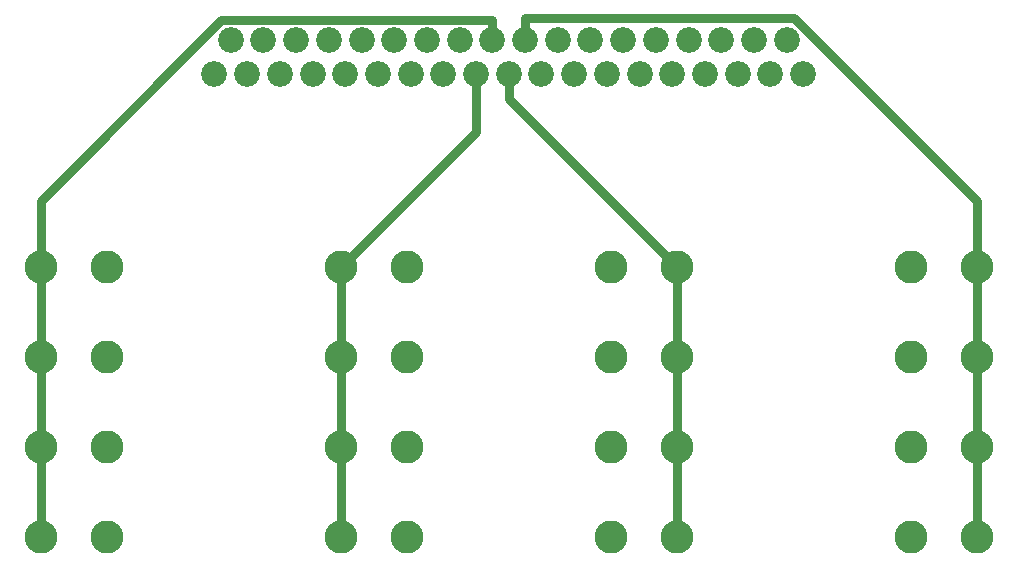
<source format=gbr>
%TF.GenerationSoftware,KiCad,Pcbnew,(5.1.10)-1*%
%TF.CreationDate,2022-01-22T17:54:24-06:00*%
%TF.ProjectId,Digital-Output-Module,44696769-7461-46c2-9d4f-75747075742d,Rev. A*%
%TF.SameCoordinates,Original*%
%TF.FileFunction,Copper,L2,Bot*%
%TF.FilePolarity,Positive*%
%FSLAX46Y46*%
G04 Gerber Fmt 4.6, Leading zero omitted, Abs format (unit mm)*
G04 Created by KiCad (PCBNEW (5.1.10)-1) date 2022-01-22 17:54:24*
%MOMM*%
%LPD*%
G01*
G04 APERTURE LIST*
%TA.AperFunction,ComponentPad*%
%ADD10C,2.794000*%
%TD*%
%TA.AperFunction,ComponentPad*%
%ADD11C,2.184400*%
%TD*%
%TA.AperFunction,Conductor*%
%ADD12C,0.762000*%
%TD*%
G04 APERTURE END LIST*
D10*
%TO.P,J1,1*%
%TO.N,Net-(J1-Pad1)*%
X54864000Y-60960000D03*
%TO.P,J1,2*%
%TO.N,Net-(J1-Pad2)*%
X49276000Y-60960000D03*
%TD*%
%TO.P,J2,2*%
%TO.N,Net-(J1-Pad2)*%
X49276000Y-68580000D03*
%TO.P,J2,1*%
%TO.N,Net-(J2-Pad1)*%
X54864000Y-68580000D03*
%TD*%
%TO.P,J3,1*%
%TO.N,Net-(J3-Pad1)*%
X54864000Y-76200000D03*
%TO.P,J3,2*%
%TO.N,Net-(J1-Pad2)*%
X49276000Y-76200000D03*
%TD*%
%TO.P,J4,2*%
%TO.N,Net-(J1-Pad2)*%
X49276000Y-83820000D03*
%TO.P,J4,1*%
%TO.N,Net-(J4-Pad1)*%
X54864000Y-83820000D03*
%TD*%
%TO.P,J5,2*%
%TO.N,Net-(J5-Pad2)*%
X74676000Y-60960000D03*
%TO.P,J5,1*%
%TO.N,Net-(J5-Pad1)*%
X80264000Y-60960000D03*
%TD*%
%TO.P,J6,1*%
%TO.N,Net-(J6-Pad1)*%
X80264000Y-68580000D03*
%TO.P,J6,2*%
%TO.N,Net-(J5-Pad2)*%
X74676000Y-68580000D03*
%TD*%
%TO.P,J7,2*%
%TO.N,Net-(J5-Pad2)*%
X74676000Y-76200000D03*
%TO.P,J7,1*%
%TO.N,Net-(J7-Pad1)*%
X80264000Y-76200000D03*
%TD*%
%TO.P,J8,1*%
%TO.N,Net-(J8-Pad1)*%
X80264000Y-83820000D03*
%TO.P,J8,2*%
%TO.N,Net-(J5-Pad2)*%
X74676000Y-83820000D03*
%TD*%
D11*
%TO.P,J9,10*%
%TO.N,Net-(J10-Pad2)*%
X88900000Y-44602400D03*
%TO.P,J9,11*%
%TO.N,Net-(J10-Pad1)*%
X91668600Y-44602400D03*
%TO.P,J9,12*%
%TO.N,Net-(J11-Pad1)*%
X94437200Y-44602400D03*
%TO.P,J9,13*%
%TO.N,Net-(J12-Pad1)*%
X97205800Y-44602400D03*
%TO.P,J9,14*%
%TO.N,Net-(J13-Pad1)*%
X99974400Y-44602400D03*
%TO.P,J9,15*%
%TO.N,Net-(J14-Pad1)*%
X102743000Y-44602400D03*
%TO.P,J9,16*%
%TO.N,Net-(J15-Pad1)*%
X105511600Y-44602400D03*
%TO.P,J9,17*%
%TO.N,Net-(J16-Pad1)*%
X108280200Y-44602400D03*
%TO.P,J9,18*%
%TO.N,Net-(J17-Pad1)*%
X111048800Y-44602400D03*
%TO.P,J9,19*%
%TO.N,Net-(J9-Pad19)*%
X113817400Y-44602400D03*
%TO.P,J9,7*%
%TO.N,Net-(J7-Pad1)*%
X80594200Y-44602400D03*
%TO.P,J9,6*%
%TO.N,Net-(J6-Pad1)*%
X77825600Y-44602400D03*
%TO.P,J9,9*%
%TO.N,Net-(J5-Pad2)*%
X86131400Y-44602400D03*
%TO.P,J9,8*%
%TO.N,Net-(J8-Pad1)*%
X83362800Y-44602400D03*
%TO.P,J9,4*%
%TO.N,Net-(J4-Pad1)*%
X72288400Y-44602400D03*
%TO.P,J9,3*%
%TO.N,Net-(J3-Pad1)*%
X69519800Y-44602400D03*
%TO.P,J9,1*%
%TO.N,Net-(J1-Pad1)*%
X63982600Y-44602400D03*
%TO.P,J9,2*%
%TO.N,Net-(J2-Pad1)*%
X66751200Y-44602400D03*
%TO.P,J9,5*%
%TO.N,Net-(J5-Pad1)*%
X75057000Y-44602400D03*
%TO.P,J9,37*%
%TO.N,Net-(J9-Pad37)*%
X112433100Y-41757600D03*
%TO.P,J9,36*%
%TO.N,Net-(J9-Pad36)*%
X109664500Y-41757600D03*
%TO.P,J9,31*%
%TO.N,Net-(J9-Pad31)*%
X95821500Y-41757600D03*
%TO.P,J9,33*%
%TO.N,Net-(J9-Pad33)*%
X101358700Y-41757600D03*
%TO.P,J9,30*%
%TO.N,Net-(J9-Pad30)*%
X93052900Y-41757600D03*
%TO.P,J9,34*%
%TO.N,Net-(J9-Pad34)*%
X104127300Y-41757600D03*
%TO.P,J9,35*%
%TO.N,Net-(J9-Pad35)*%
X106895900Y-41757600D03*
%TO.P,J9,29*%
%TO.N,Net-(J14-Pad2)*%
X90284300Y-41757600D03*
%TO.P,J9,32*%
%TO.N,Net-(J9-Pad32)*%
X98590100Y-41757600D03*
%TO.P,J9,25*%
%TO.N,Net-(J9-Pad25)*%
X79209900Y-41757600D03*
%TO.P,J9,22*%
%TO.N,Net-(J9-Pad22)*%
X70904100Y-41757600D03*
%TO.P,J9,26*%
%TO.N,Net-(J9-Pad26)*%
X81978500Y-41757600D03*
%TO.P,J9,20*%
%TO.N,Net-(J9-Pad20)*%
X65366900Y-41757600D03*
%TO.P,J9,21*%
%TO.N,Net-(J9-Pad21)*%
X68135500Y-41757600D03*
%TO.P,J9,24*%
%TO.N,Net-(J9-Pad24)*%
X76441300Y-41757600D03*
%TO.P,J9,27*%
%TO.N,Net-(J9-Pad27)*%
X84747100Y-41757600D03*
%TO.P,J9,23*%
%TO.N,Net-(J9-Pad23)*%
X73672700Y-41757600D03*
%TO.P,J9,28*%
%TO.N,Net-(J1-Pad2)*%
X87515700Y-41757600D03*
%TD*%
D10*
%TO.P,J10,2*%
%TO.N,Net-(J10-Pad2)*%
X103124000Y-83820000D03*
%TO.P,J10,1*%
%TO.N,Net-(J10-Pad1)*%
X97536000Y-83820000D03*
%TD*%
%TO.P,J11,1*%
%TO.N,Net-(J11-Pad1)*%
X97536000Y-76200000D03*
%TO.P,J11,2*%
%TO.N,Net-(J10-Pad2)*%
X103124000Y-76200000D03*
%TD*%
%TO.P,J12,2*%
%TO.N,Net-(J10-Pad2)*%
X103124000Y-68580000D03*
%TO.P,J12,1*%
%TO.N,Net-(J12-Pad1)*%
X97536000Y-68580000D03*
%TD*%
%TO.P,J13,1*%
%TO.N,Net-(J13-Pad1)*%
X97536000Y-60960000D03*
%TO.P,J13,2*%
%TO.N,Net-(J10-Pad2)*%
X103124000Y-60960000D03*
%TD*%
%TO.P,J14,1*%
%TO.N,Net-(J14-Pad1)*%
X122936000Y-83820000D03*
%TO.P,J14,2*%
%TO.N,Net-(J14-Pad2)*%
X128524000Y-83820000D03*
%TD*%
%TO.P,J15,2*%
%TO.N,Net-(J14-Pad2)*%
X128524000Y-76200000D03*
%TO.P,J15,1*%
%TO.N,Net-(J15-Pad1)*%
X122936000Y-76200000D03*
%TD*%
%TO.P,J16,1*%
%TO.N,Net-(J16-Pad1)*%
X122936000Y-68580000D03*
%TO.P,J16,2*%
%TO.N,Net-(J14-Pad2)*%
X128524000Y-68580000D03*
%TD*%
%TO.P,J17,2*%
%TO.N,Net-(J14-Pad2)*%
X128524000Y-60960000D03*
%TO.P,J17,1*%
%TO.N,Net-(J17-Pad1)*%
X122936000Y-60960000D03*
%TD*%
D12*
%TO.N,Net-(J1-Pad2)*%
X87515700Y-41757600D02*
X87515700Y-40119300D01*
X49276000Y-55372162D02*
X49276000Y-60960000D01*
X64563763Y-40084399D02*
X49276000Y-55372162D01*
X87480799Y-40084399D02*
X64563763Y-40084399D01*
X87515700Y-40119300D02*
X87480799Y-40084399D01*
X49276000Y-60960000D02*
X49276000Y-83820000D01*
%TO.N,Net-(J5-Pad2)*%
X86131400Y-49504600D02*
X74676000Y-60960000D01*
X86131400Y-44602400D02*
X86131400Y-49504600D01*
X74676000Y-60960000D02*
X74676000Y-83820000D01*
%TO.N,Net-(J10-Pad2)*%
X88900000Y-46736000D02*
X103124000Y-60960000D01*
X88900000Y-44602400D02*
X88900000Y-46736000D01*
X103124000Y-60960000D02*
X103124000Y-83820000D01*
%TO.N,Net-(J14-Pad2)*%
X90284300Y-41757600D02*
X90284300Y-39890700D01*
X128524000Y-55372162D02*
X128524000Y-60960000D01*
X113042538Y-39890700D02*
X128524000Y-55372162D01*
X90284300Y-39890700D02*
X113042538Y-39890700D01*
X128524000Y-60960000D02*
X128524000Y-83820000D01*
%TD*%
M02*

</source>
